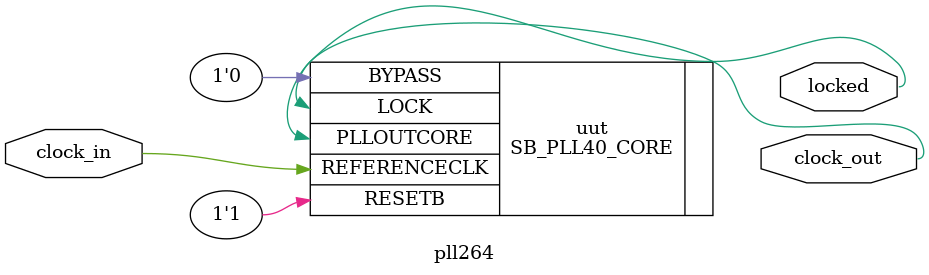
<source format=v>
/**
 * PLL configuration
 *
 * This Verilog module was generated automatically
 * using the icepll tool from the IceStorm project.
 * Use at your own risk.
 *
 * Given input frequency:        12.000 MHz
 * Requested output frequency:  264.000 MHz
 * Achieved output frequency:   264.000 MHz
 */

module pll264(
	input  clock_in,
	output clock_out,
	output locked
	);

SB_PLL40_CORE #(
		.FEEDBACK_PATH("SIMPLE"),
		.DIVR(4'b0000),		// DIVR =  0
		.DIVF(7'b1010111),	// DIVF = 87
		.DIVQ(3'b010),		// DIVQ =  2
		.FILTER_RANGE(3'b001)	// FILTER_RANGE = 1
	) uut (
		.LOCK(locked),
		.RESETB(1'b1),
		.BYPASS(1'b0),
		.REFERENCECLK(clock_in),
		.PLLOUTCORE(clock_out)
		);

endmodule

</source>
